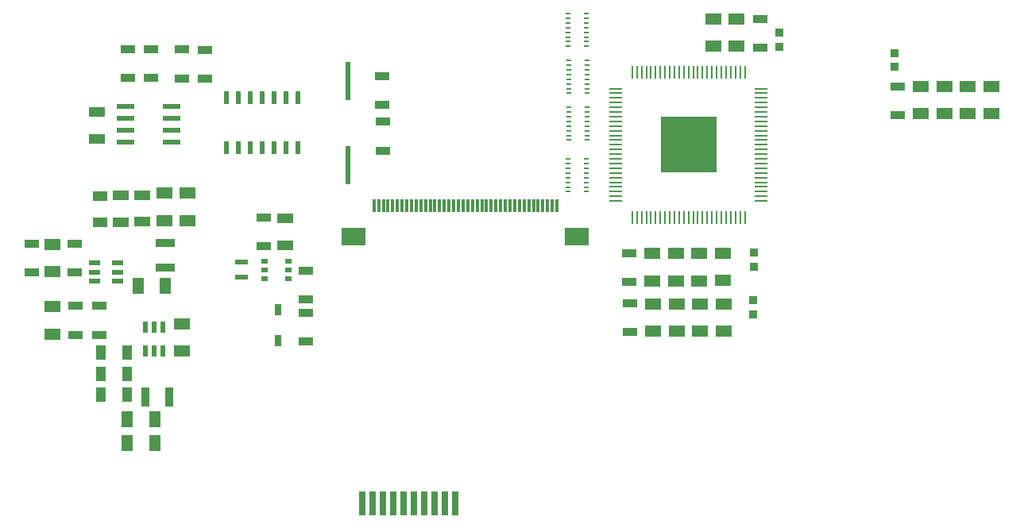
<source format=gtp>
%TF.GenerationSoftware,KiCad,Pcbnew,8.0.8*%
%TF.CreationDate,2025-02-15T01:08:23-07:00*%
%TF.ProjectId,ECE Capstone PCB Design,45434520-4361-4707-9374-6f6e65205043,rev?*%
%TF.SameCoordinates,Original*%
%TF.FileFunction,Paste,Top*%
%TF.FilePolarity,Positive*%
%FSLAX46Y46*%
G04 Gerber Fmt 4.6, Leading zero omitted, Abs format (unit mm)*
G04 Created by KiCad (PCBNEW 8.0.8) date 2025-02-15 01:08:23*
%MOMM*%
%LPD*%
G01*
G04 APERTURE LIST*
G04 Aperture macros list*
%AMRoundRect*
0 Rectangle with rounded corners*
0 $1 Rounding radius*
0 $2 $3 $4 $5 $6 $7 $8 $9 X,Y pos of 4 corners*
0 Add a 4 corners polygon primitive as box body*
4,1,4,$2,$3,$4,$5,$6,$7,$8,$9,$2,$3,0*
0 Add four circle primitives for the rounded corners*
1,1,$1+$1,$2,$3*
1,1,$1+$1,$4,$5*
1,1,$1+$1,$6,$7*
1,1,$1+$1,$8,$9*
0 Add four rect primitives between the rounded corners*
20,1,$1+$1,$2,$3,$4,$5,0*
20,1,$1+$1,$4,$5,$6,$7,0*
20,1,$1+$1,$6,$7,$8,$9,0*
20,1,$1+$1,$8,$9,$2,$3,0*%
G04 Aperture macros list end*
%ADD10R,0.800001X0.549999*%
%ADD11R,1.752600X1.168400*%
%ADD12R,1.447800X0.609600*%
%ADD13R,0.584200X0.203200*%
%ADD14R,0.381000X1.346200*%
%ADD15R,2.540000X1.854200*%
%ADD16R,1.168400X1.803400*%
%ADD17R,1.600000X0.855600*%
%ADD18R,1.117600X1.600200*%
%ADD19R,1.803400X1.168400*%
%ADD20RoundRect,0.073750X0.551250X0.221250X-0.551250X0.221250X-0.551250X-0.221250X0.551250X-0.221250X0*%
%ADD21R,0.939800X0.965200*%
%ADD22R,2.006600X0.850900*%
%ADD23RoundRect,0.073750X-0.221250X0.551250X-0.221250X-0.551250X0.221250X-0.551250X0.221250X0.551250X0*%
%ADD24R,0.279400X1.473200*%
%ADD25R,1.473200X0.279400*%
%ADD26R,5.994400X5.994400*%
%ADD27R,1.701800X1.016000*%
%ADD28R,1.752600X1.016000*%
%ADD29R,1.600200X1.117600*%
%ADD30R,0.609600X4.114800*%
%ADD31R,1.981200X0.558800*%
%ADD32R,0.558800X1.397000*%
%ADD33R,1.168400X1.752600*%
%ADD34R,1.720000X1.050000*%
%ADD35R,0.850900X2.006600*%
%ADD36R,0.762000X1.219200*%
%ADD37R,0.750000X2.500000*%
G04 APERTURE END LIST*
D10*
%TO.C,U6*%
X153924999Y-74377800D03*
X153924999Y-75327801D03*
X153924999Y-76277799D03*
X156474999Y-76277799D03*
X156474999Y-75327801D03*
X156474999Y-74377800D03*
%TD*%
D11*
%TO.C,C13*%
X201700000Y-51500000D03*
X201700000Y-48604400D03*
%TD*%
D12*
%TO.C,L3*%
X151400000Y-76127901D03*
X151400000Y-74527701D03*
%TD*%
D13*
%TO.C,R11*%
X188200000Y-51500000D03*
X188200000Y-51000001D03*
X188200000Y-50500002D03*
X188200000Y-50000001D03*
X188200000Y-49500001D03*
X188200000Y-49000000D03*
X188200000Y-48500001D03*
X188200000Y-48000002D03*
X186269600Y-48000002D03*
X186269600Y-48500001D03*
X186269600Y-49000000D03*
X186269600Y-49500001D03*
X186269600Y-50000001D03*
X186269600Y-50500002D03*
X186269600Y-51000001D03*
X186269600Y-51500000D03*
%TD*%
D14*
%TO.C,J3*%
X165553398Y-68463100D03*
X166053524Y-68463100D03*
X166553650Y-68463100D03*
X167053776Y-68463100D03*
X167553902Y-68463100D03*
X168054028Y-68463100D03*
X168554154Y-68463100D03*
X169054280Y-68463100D03*
X169554406Y-68463100D03*
X170054532Y-68463100D03*
X170554658Y-68463100D03*
X171054784Y-68463100D03*
X171554910Y-68463100D03*
X172055036Y-68463100D03*
X172555162Y-68463100D03*
X173055288Y-68463100D03*
X173555414Y-68463100D03*
X174055540Y-68463100D03*
X174555666Y-68463100D03*
X175055792Y-68463100D03*
X175555918Y-68463100D03*
X176056044Y-68463100D03*
X176556170Y-68463100D03*
X177056296Y-68463100D03*
X177556422Y-68463100D03*
X178056548Y-68463100D03*
X178556674Y-68463100D03*
X179056800Y-68463100D03*
X179556926Y-68463100D03*
X180057052Y-68463100D03*
X180557178Y-68463100D03*
X181057304Y-68463100D03*
X181557430Y-68463100D03*
X182057556Y-68463100D03*
X182557682Y-68463100D03*
X183057808Y-68463100D03*
X183557934Y-68463100D03*
X184058060Y-68463100D03*
X184558186Y-68463100D03*
X185058312Y-68463100D03*
D15*
X163405856Y-71813101D03*
X187205854Y-71813101D03*
%TD*%
D16*
%TO.C,C31*%
X139253600Y-93800000D03*
X142200000Y-93800000D03*
%TD*%
D17*
%TO.C,C23*%
X192750000Y-73524399D03*
X192750000Y-76580001D03*
%TD*%
D11*
%TO.C,C12*%
X228852200Y-55804400D03*
X228852200Y-58700000D03*
%TD*%
D17*
%TO.C,C1*%
X166490000Y-59552199D03*
X166490000Y-62607801D03*
%TD*%
D11*
%TO.C,C17*%
X204200000Y-51500000D03*
X204200000Y-48604400D03*
%TD*%
D17*
%TO.C,C21*%
X206700000Y-51660002D03*
X206700000Y-48604400D03*
%TD*%
D18*
%TO.C,R6*%
X136456800Y-86430000D03*
X139250800Y-86430000D03*
%TD*%
D19*
%TO.C,C25*%
X143200000Y-67153600D03*
X143200000Y-70100000D03*
%TD*%
D20*
%TO.C,U7*%
X138246400Y-76511900D03*
X138246400Y-75561900D03*
X138246400Y-74611900D03*
X135736400Y-74611900D03*
X135736400Y-75561900D03*
X135736400Y-76511900D03*
%TD*%
D11*
%TO.C,C36*%
X145106800Y-81104400D03*
X145106800Y-84000000D03*
%TD*%
D17*
%TO.C,C22*%
X192800000Y-78867799D03*
X192800000Y-81923401D03*
%TD*%
D11*
%TO.C,C16*%
X226352200Y-55804400D03*
X226352200Y-58700000D03*
%TD*%
D21*
%TO.C,FB1*%
X206000000Y-80049300D03*
X206000000Y-78550700D03*
%TD*%
D22*
%TO.C,L1*%
X143291400Y-72496850D03*
X143291400Y-75049550D03*
%TD*%
D23*
%TO.C,U5*%
X143099800Y-81430000D03*
X142149800Y-81430000D03*
X141199800Y-81430000D03*
X141199800Y-83940000D03*
X142149800Y-83940000D03*
X143099800Y-83940000D03*
%TD*%
D11*
%TO.C,C35*%
X131250000Y-82169999D03*
X131250000Y-79274399D03*
%TD*%
D17*
%TO.C,C6*%
X139330000Y-54857801D03*
X139330000Y-51802199D03*
%TD*%
D24*
%TO.C,U3*%
X205078400Y-54278400D03*
X204578400Y-54278400D03*
X204082200Y-54278400D03*
X203574200Y-54278400D03*
X203078400Y-54278400D03*
X202578400Y-54278400D03*
X202075600Y-54278400D03*
X201578400Y-54278400D03*
X201078400Y-54278400D03*
X200577000Y-54278400D03*
X200069000Y-54278400D03*
X199578400Y-54278400D03*
X199078400Y-54278400D03*
X198570400Y-54278400D03*
X198078400Y-54278400D03*
X197579800Y-54278400D03*
X197071800Y-54278400D03*
X196578400Y-54278400D03*
X196081200Y-54278400D03*
X195573200Y-54278400D03*
X195078400Y-54278400D03*
X194582600Y-54278400D03*
X194074600Y-54278400D03*
X193566600Y-54278400D03*
X193078400Y-54278400D03*
D25*
X191356800Y-56005600D03*
X191356800Y-56500000D03*
X191356800Y-56996200D03*
X191356800Y-57504200D03*
X191356800Y-58000000D03*
X191356800Y-58494800D03*
X191356800Y-59002800D03*
X191356800Y-59510800D03*
X191356800Y-60000000D03*
X191356800Y-60501400D03*
X191356800Y-61000000D03*
X191356800Y-61500000D03*
X191356800Y-62000000D03*
X191356800Y-62500000D03*
X191356800Y-63000000D03*
X191356800Y-63498600D03*
X191356800Y-64000000D03*
X191356800Y-64500000D03*
X191356800Y-64997200D03*
X191356800Y-65505200D03*
X191356800Y-66000000D03*
X191356800Y-66495800D03*
X191356800Y-67003800D03*
X191356800Y-67500000D03*
X191356800Y-68000000D03*
D24*
X193084000Y-69721600D03*
X193578400Y-69721600D03*
X194074600Y-69721600D03*
X194582600Y-69721600D03*
X195078400Y-69721600D03*
X195578400Y-69721600D03*
X196081200Y-69721600D03*
X196578400Y-69721600D03*
X197078400Y-69721600D03*
X197579800Y-69721600D03*
X198078400Y-69721600D03*
X198578400Y-69721600D03*
X199078400Y-69721600D03*
X199578400Y-69721600D03*
X200078400Y-69721600D03*
X200577000Y-69721600D03*
X201078400Y-69721600D03*
X201578400Y-69721600D03*
X202075600Y-69721600D03*
X202578400Y-69721600D03*
X203078400Y-69721600D03*
X203574200Y-69721600D03*
X204082200Y-69721600D03*
X204590200Y-69721600D03*
X205078400Y-69721600D03*
D25*
X206800000Y-68000000D03*
X206800000Y-67500000D03*
X206800000Y-67003800D03*
X206800000Y-66495800D03*
X206800000Y-66000000D03*
X206800000Y-65500000D03*
X206800000Y-64997200D03*
X206800000Y-64500000D03*
X206800000Y-64000000D03*
X206800000Y-63498600D03*
X206800000Y-63000000D03*
X206800000Y-62500000D03*
X206800000Y-62000000D03*
X206800000Y-61500000D03*
X206800000Y-61000000D03*
X206800000Y-60501400D03*
X206800000Y-60000000D03*
X206800000Y-59500000D03*
X206800000Y-59002800D03*
X206800000Y-58500000D03*
X206800000Y-58000000D03*
X206800000Y-57504200D03*
X206800000Y-56996200D03*
X206800000Y-56500000D03*
X206800000Y-56000000D03*
D26*
X199078400Y-62000000D03*
%TD*%
D13*
%TO.C,R10*%
X188250000Y-56500000D03*
X188250000Y-56000001D03*
X188250000Y-55500002D03*
X188250000Y-55000001D03*
X188250000Y-54500001D03*
X188250000Y-54000000D03*
X188250000Y-53500001D03*
X188250000Y-53000002D03*
X186319600Y-53000002D03*
X186319600Y-53500001D03*
X186319600Y-54000000D03*
X186319600Y-54500001D03*
X186319600Y-55000001D03*
X186319600Y-55500002D03*
X186319600Y-56000001D03*
X186319600Y-56500000D03*
%TD*%
D17*
%TO.C,C37*%
X153800000Y-72783403D03*
X153800000Y-69727801D03*
%TD*%
D11*
%TO.C,C20*%
X223852200Y-55752200D03*
X223852200Y-58647800D03*
%TD*%
%TO.C,C18*%
X195300000Y-78947800D03*
X195300000Y-81843400D03*
%TD*%
D27*
%TO.C,R8*%
X156074999Y-72725599D03*
X156074999Y-69829999D03*
%TD*%
D28*
%TO.C,R2*%
X140890000Y-67345200D03*
X140890000Y-70190000D03*
%TD*%
D29*
%TO.C,R4*%
X136340000Y-70266000D03*
X136340000Y-67472000D03*
%TD*%
D11*
%TO.C,C11*%
X200250000Y-73604400D03*
X200250000Y-76500000D03*
%TD*%
D17*
%TO.C,C28*%
X129100000Y-72534099D03*
X129100000Y-75589701D03*
%TD*%
D13*
%TO.C,R9*%
X188250000Y-61500000D03*
X188250000Y-61000001D03*
X188250000Y-60500002D03*
X188250000Y-60000001D03*
X188250000Y-59500001D03*
X188250000Y-59000000D03*
X188250000Y-58500001D03*
X188250000Y-58000002D03*
X186319600Y-58000002D03*
X186319600Y-58500001D03*
X186319600Y-59000000D03*
X186319600Y-59500001D03*
X186319600Y-60000001D03*
X186319600Y-60500002D03*
X186319600Y-61000001D03*
X186319600Y-61500000D03*
%TD*%
D11*
%TO.C,C14*%
X197800000Y-79000000D03*
X197800000Y-81895600D03*
%TD*%
D30*
%TO.C,8MHz*%
X162800000Y-64200000D03*
X162800000Y-55208400D03*
%TD*%
D28*
%TO.C,R1*%
X136000000Y-58500000D03*
X136000000Y-61344800D03*
%TD*%
D18*
%TO.C,R5*%
X139250800Y-88650000D03*
X136456800Y-88650000D03*
%TD*%
D19*
%TO.C,C27*%
X145673200Y-67126800D03*
X145673200Y-70073200D03*
%TD*%
D18*
%TO.C,R7*%
X139247800Y-84190000D03*
X136453800Y-84190000D03*
%TD*%
D17*
%TO.C,C4*%
X147580000Y-54930000D03*
X147580000Y-51874398D03*
%TD*%
D31*
%TO.C,U2*%
X143963800Y-61705000D03*
X143963800Y-60435000D03*
X143963800Y-59165000D03*
X143963800Y-57895000D03*
X139036200Y-57895000D03*
X139036200Y-59165000D03*
X139036200Y-60435000D03*
X139036200Y-61705000D03*
%TD*%
D11*
%TO.C,C9*%
X231352200Y-55752200D03*
X231352200Y-58647800D03*
%TD*%
D16*
%TO.C,C33*%
X139253600Y-91300000D03*
X142200000Y-91300000D03*
%TD*%
D17*
%TO.C,C24*%
X221352200Y-55752200D03*
X221352200Y-58807802D03*
%TD*%
%TO.C,C2*%
X166460000Y-57707801D03*
X166460000Y-54652199D03*
%TD*%
D11*
%TO.C,C19*%
X195250000Y-73604400D03*
X195250000Y-76500000D03*
%TD*%
D21*
%TO.C,FB*%
X221000000Y-52201400D03*
X221000000Y-53700000D03*
%TD*%
%TO.C,FB4*%
X208800000Y-50061402D03*
X208800000Y-51560002D03*
%TD*%
D17*
%TO.C,C26*%
X133700000Y-72534099D03*
X133700000Y-75589701D03*
%TD*%
D32*
%TO.C,U1*%
X149830000Y-62300000D03*
X151100000Y-62300000D03*
X152370000Y-62300000D03*
X153640000Y-62300000D03*
X154910000Y-62300000D03*
X156180000Y-62300000D03*
X157450000Y-62300000D03*
X157450000Y-56991400D03*
X156180000Y-56991400D03*
X154910000Y-56991400D03*
X153640000Y-56991400D03*
X152370000Y-56991400D03*
X151100000Y-56991400D03*
X149830000Y-56991400D03*
%TD*%
D17*
%TO.C,C5*%
X141830000Y-54857801D03*
X141830000Y-51802199D03*
%TD*%
D11*
%TO.C,C7*%
X202800000Y-79000000D03*
X202800000Y-81895600D03*
%TD*%
%TO.C,C15*%
X197750000Y-73604400D03*
X197750000Y-76500000D03*
%TD*%
%TO.C,C29*%
X131300000Y-72644300D03*
X131300000Y-75539900D03*
%TD*%
D33*
%TO.C,C30*%
X143291400Y-77073200D03*
X140395800Y-77073200D03*
%TD*%
D17*
%TO.C,C39*%
X158300000Y-82983403D03*
X158300000Y-79927801D03*
%TD*%
%TO.C,C32*%
X136250000Y-82250000D03*
X136250000Y-79194398D03*
%TD*%
%TO.C,C3*%
X145052199Y-54902199D03*
X145052199Y-51846597D03*
%TD*%
D11*
%TO.C,C10*%
X200300000Y-79000000D03*
X200300000Y-81895600D03*
%TD*%
D21*
%TO.C,FB2*%
X206050000Y-74999300D03*
X206050000Y-73500700D03*
%TD*%
D17*
%TO.C,C34*%
X133750000Y-82250000D03*
X133750000Y-79194398D03*
%TD*%
%TO.C,C38*%
X158300000Y-75400000D03*
X158300000Y-78455602D03*
%TD*%
D11*
%TO.C,C8*%
X202750000Y-73552200D03*
X202750000Y-76447800D03*
%TD*%
D34*
%TO.C,R3*%
X138590000Y-70305200D03*
X138590000Y-67385200D03*
%TD*%
D35*
%TO.C,L2*%
X141223650Y-88860000D03*
X143776350Y-88860000D03*
%TD*%
D13*
%TO.C,R12*%
X188200000Y-67000000D03*
X188200000Y-66500001D03*
X188200000Y-66000002D03*
X188200000Y-65500001D03*
X188200000Y-65000001D03*
X188200000Y-64500000D03*
X188200000Y-64000001D03*
X188200000Y-63500002D03*
X186269600Y-63500002D03*
X186269600Y-64000001D03*
X186269600Y-64500000D03*
X186269600Y-65000001D03*
X186269600Y-65500001D03*
X186269600Y-66000002D03*
X186269600Y-66500001D03*
X186269600Y-67000000D03*
%TD*%
D36*
%TO.C,D1*%
X155300000Y-82904201D03*
X155300000Y-79551401D03*
%TD*%
D37*
%TO.C,REF\u002A\u002A*%
X174214098Y-100270000D03*
X173120000Y-100270000D03*
X172020000Y-100270000D03*
X170920000Y-100270000D03*
X169820000Y-100270000D03*
X168720000Y-100270000D03*
X167620000Y-100270000D03*
X166520000Y-100270000D03*
X165420000Y-100270000D03*
X164320000Y-100270000D03*
%TD*%
M02*

</source>
